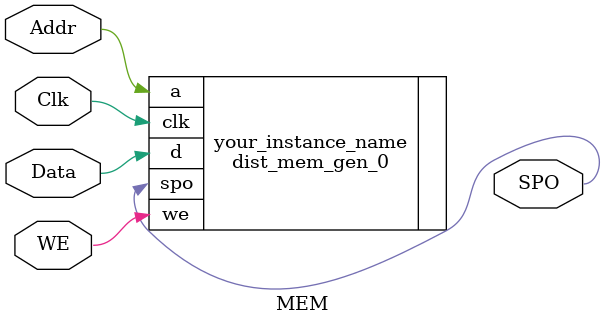
<source format=v>
`timescale 1ns / 1ps


module MEM(
    input WE,
    input Addr,
    input Clk,
    input Data,
    output SPO
    );
    
dist_mem_gen_0 your_instance_name (
      .a(Addr),      // input wire [5 : 0] a
      .d(Data),      // input wire [31 : 0] d
      .clk(Clk),  // input wire clk
      .we(WE),    // input wire we
      .spo(SPO)  // output wire [31 : 0] spo
    );
endmodule

</source>
